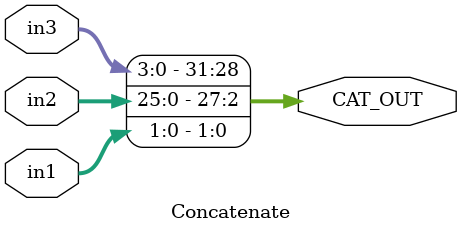
<source format=v>
module Concatenate(
input	wire	[1:0] 	in1,
input 	wire	[25:0] 	in2,
input	wire	[3:0]	in3,
output	wire	[31:0]	CAT_OUT
);

assign CAT_OUT = {in3,in2,in1};

endmodule

</source>
